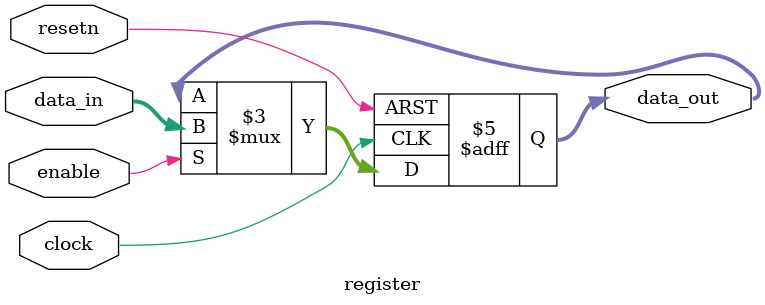
<source format=v>
module register #(parameter WIDTH = 16) (
    input wire clock,    
    input wire enable,   
    input wire resetn,
    input wire [WIDTH-1:0] data_in, 
    output reg [WIDTH-1:0] data_out 
);
    always @(posedge clock or negedge resetn) begin
        if (!resetn) begin 
            data_out <= {WIDTH{1'b0}}; 
        end else if (enable) begin
            data_out <= data_in; 
        end
    end
endmodule
</source>
